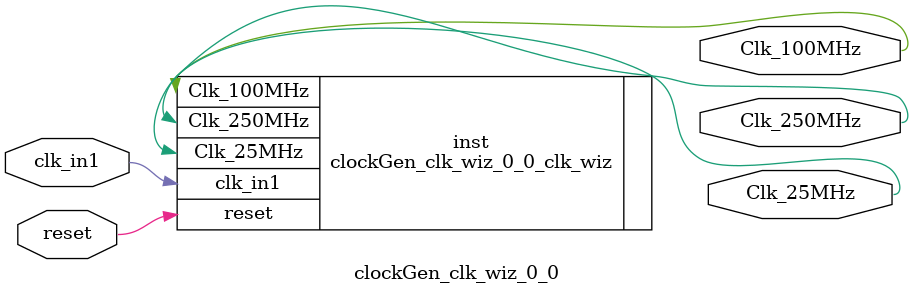
<source format=v>


`timescale 1ps/1ps

(* CORE_GENERATION_INFO = "clockGen_clk_wiz_0_0,clk_wiz_v6_0_6_0_0,{component_name=clockGen_clk_wiz_0_0,use_phase_alignment=true,use_min_o_jitter=false,use_max_i_jitter=false,use_dyn_phase_shift=false,use_inclk_switchover=false,use_dyn_reconfig=false,enable_axi=0,feedback_source=FDBK_AUTO,PRIMITIVE=MMCM,num_out_clk=3,clkin1_period=10.000,clkin2_period=10.000,use_power_down=false,use_reset=true,use_locked=false,use_inclk_stopped=false,feedback_type=SINGLE,CLOCK_MGR_TYPE=NA,manual_override=false}" *)

module clockGen_clk_wiz_0_0 
 (
  // Clock out ports
  output        Clk_25MHz,
  output        Clk_250MHz,
  output        Clk_100MHz,
  // Status and control signals
  input         reset,
 // Clock in ports
  input         clk_in1
 );

  clockGen_clk_wiz_0_0_clk_wiz inst
  (
  // Clock out ports  
  .Clk_25MHz(Clk_25MHz),
  .Clk_250MHz(Clk_250MHz),
  .Clk_100MHz(Clk_100MHz),
  // Status and control signals               
  .reset(reset), 
 // Clock in ports
  .clk_in1(clk_in1)
  );

endmodule

</source>
